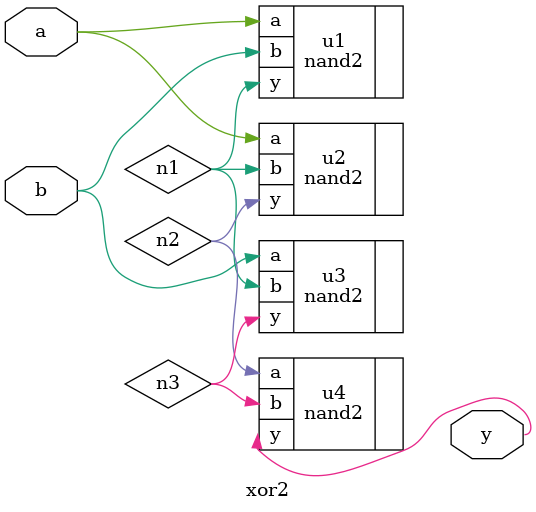
<source format=sv>
module xor2(
  input  wire a,
  input  wire b,
  output wire y
);
  wire n1, n2, n3;

  nand2 u1(.a(a),  .b(b),  .y(n1));
  nand2 u2(.a(a),  .b(n1), .y(n2));
  nand2 u3(.a(b),  .b(n1), .y(n3));
  nand2 u4(.a(n2), .b(n3), .y(y));
endmodule

</source>
